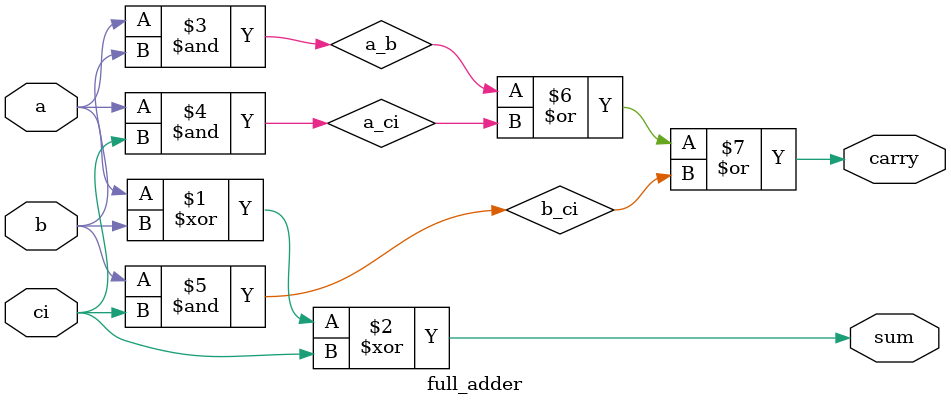
<source format=v>
module full_adder (a, b, ci, sum, carry);

input a, b, ci;
output carry, sum;
wire a_b, a_ci, b_ci;

xor (sum, a, b, ci);
and (a_b, a, b);
and (a_ci, a, ci);
and (b_ci, b, ci);
or (carry, a_b, a_ci, b_ci);

endmodule // full_addr

</source>
